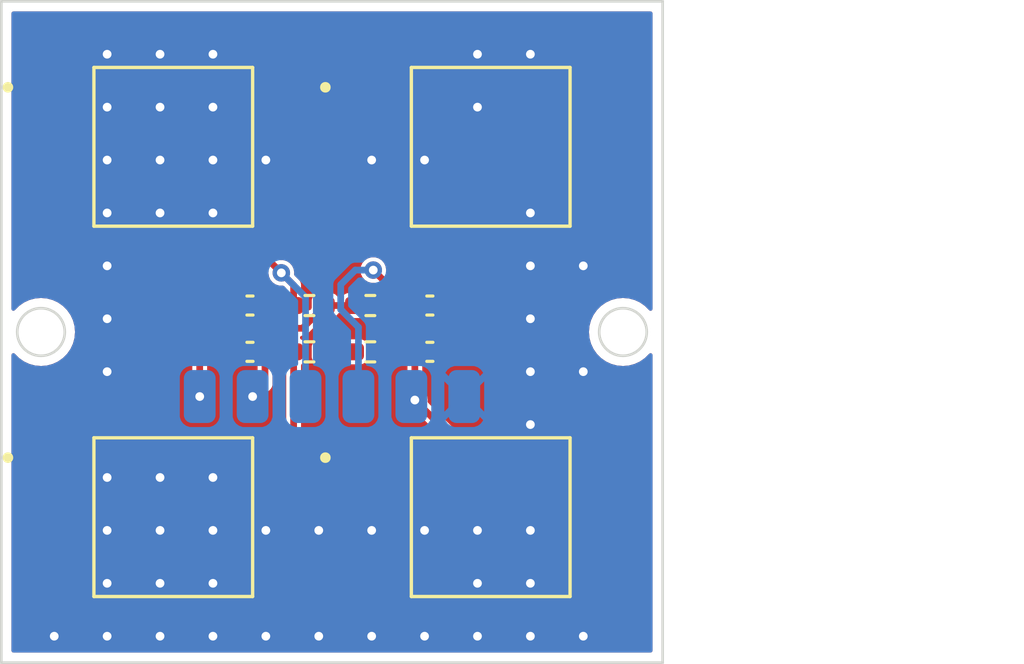
<source format=kicad_pcb>
(kicad_pcb (version 20240108) (generator "pcbnew") (generator_version "8.0")
  (layers (0 "F.Cu" signal) (31 "B.Cu" signal) (34 "B.Paste" user) (35 "F.Paste" user) (36 "B.SilkS" user "B.Silkscreen") (37 "F.SilkS" user "F.Silkscreen") (38 "B.Mask" user) (39 "F.Mask" user) (44 "Edge.Cuts" user))
  (net 0 "")
  (net 9 "GND")
  (net 10 "VCC")
  (net 11 "/BTN_1")
  (net 12 "/BTN_2")
  (net 13 "/BTN_3")
  (net 14 "/BTN_4")
  (footprint "Capacitor_SMD:C_0402_1005Metric_Pad0.74x0.62mm_HandSolder" (layer "F.Cu") (at 136.2 83.25 180)
    (property "Reference" "C3" (hide yes))
    (property "Value" "0.1uF")
    (fp_line (start -0.115835 0.36) (end 0.115835 0.36) (stroke (width 0.12)) (layer "F.SilkS"))
    (fp_line (start -0.115835 -0.36) (end 0.115835 -0.36) (stroke (width 0.12)) (layer "F.SilkS"))
    (pad "1" smd roundrect (at -0.5675 0 180) (size 0.735 0.62) (layers "F.Cu" "F.Paste" "F.Mask") (net 9 "GND"))
    (pad "2" smd roundrect (at 0.5675 0 180) (size 0.735 0.62) (layers "F.Cu" "F.Paste" "F.Mask") (net 13 "/BTN_3"))
  )
  (footprint "Mylib:SW_TS04-66-95-BK-100-SMT" (layer "F.Cu") (at 138.5 75.5)
    (property "Reference" "S2" (hide yes))
    (property "Value" "TS04-66-95-BK-100-SMT")
    (fp_line (start -3 -3) (end -3 3) (stroke (width 0.127)) (layer "F.SilkS"))
    (fp_line (start -3 3) (end 3 3) (stroke (width 0.127)) (layer "F.SilkS"))
    (fp_line (start 3 -3) (end -3 -3) (stroke (width 0.127)) (layer "F.SilkS"))
    (fp_line (start 3 3) (end 3 -3) (stroke (width 0.127)) (layer "F.SilkS"))
    (fp_circle (center -6.25 -2.25) (end -6.15 -2.25) (stroke (width 0.2)) (fill none) (layer "F.SilkS"))
    (pad "1" smd rect (at -4.55 -2.25) (size 2.1 1.4) (layers "F.Cu" "F.Paste" "F.Mask"))
    (pad "2" smd rect (at -4.55 2.25) (size 2.1 1.4) (layers "F.Cu" "F.Paste" "F.Mask"))
    (pad "3" smd rect (at 4.55 -2.25) (size 2.1 1.4) (layers "F.Cu" "F.Paste" "F.Mask") (net 12 "/BTN_2"))
    (pad "4" smd rect (at 4.55 2.25) (size 2.1 1.4) (layers "F.Cu" "F.Paste" "F.Mask") (net 9 "GND"))
  )
  (footprint "Mylib:SW_TS04-66-95-BK-100-SMT" (layer "F.Cu") (at 126.5 75.5)
    (property "Reference" "S1" (hide yes))
    (property "Value" "TS04-66-95-BK-100-SMT")
    (fp_line (start -3 -3) (end -3 3) (stroke (width 0.127)) (layer "F.SilkS"))
    (fp_line (start -3 3) (end 3 3) (stroke (width 0.127)) (layer "F.SilkS"))
    (fp_line (start 3 -3) (end -3 -3) (stroke (width 0.127)) (layer "F.SilkS"))
    (fp_line (start 3 3) (end 3 -3) (stroke (width 0.127)) (layer "F.SilkS"))
    (fp_circle (center -6.25 -2.25) (end -6.15 -2.25) (stroke (width 0.2)) (fill none) (layer "F.SilkS"))
    (pad "1" smd rect (at -4.55 -2.25) (size 2.1 1.4) (layers "F.Cu" "F.Paste" "F.Mask"))
    (pad "2" smd rect (at -4.55 2.25) (size 2.1 1.4) (layers "F.Cu" "F.Paste" "F.Mask"))
    (pad "3" smd rect (at 4.55 -2.25) (size 2.1 1.4) (layers "F.Cu" "F.Paste" "F.Mask") (net 11 "/BTN_1"))
    (pad "4" smd rect (at 4.55 2.25) (size 2.1 1.4) (layers "F.Cu" "F.Paste" "F.Mask") (net 9 "GND"))
  )
  (footprint "Capacitor_SMD:C_0402_1005Metric_Pad0.74x0.62mm_HandSolder" (layer "F.Cu") (at 129.4 81.5)
    (property "Reference" "C1" (hide yes))
    (property "Value" "0.1uF")
    (fp_line (start -0.115835 -0.36) (end 0.115835 -0.36) (stroke (width 0.12)) (layer "F.SilkS"))
    (fp_line (start -0.115835 0.36) (end 0.115835 0.36) (stroke (width 0.12)) (layer "F.SilkS"))
    (pad "1" smd roundrect (at -0.5675 0) (size 0.735 0.62) (layers "F.Cu" "F.Paste" "F.Mask") (net 9 "GND"))
    (pad "2" smd roundrect (at 0.5675 0) (size 0.735 0.62) (layers "F.Cu" "F.Paste" "F.Mask") (net 11 "/BTN_1"))
  )
  (footprint "Resistor_SMD:R_0402_1005Metric_Pad0.72x0.64mm_HandSolder" (layer "F.Cu") (at 133.95 83.25 180)
    (property "Reference" "R3" (hide yes))
    (property "Value" "10K")
    (fp_line (start -0.167621 0.38) (end 0.167621 0.38) (stroke (width 0.12)) (layer "F.SilkS"))
    (fp_line (start -0.167621 -0.38) (end 0.167621 -0.38) (stroke (width 0.12)) (layer "F.SilkS"))
    (pad "1" smd roundrect (at -0.5975 0 180) (size 0.715 0.64) (layers "F.Cu" "F.Paste" "F.Mask") (net 13 "/BTN_3"))
    (pad "2" smd roundrect (at 0.5975 0 180) (size 0.715 0.64) (layers "F.Cu" "F.Paste" "F.Mask") (net 10 "VCC"))
  )
  (footprint "Resistor_SMD:R_0402_1005Metric_Pad0.72x0.64mm_HandSolder" (layer "F.Cu") (at 131.6475 81.5)
    (property "Reference" "R1" (hide yes))
    (property "Value" "10K")
    (fp_line (start -0.167621 -0.38) (end 0.167621 -0.38) (stroke (width 0.12)) (layer "F.SilkS"))
    (fp_line (start -0.167621 0.38) (end 0.167621 0.38) (stroke (width 0.12)) (layer "F.SilkS"))
    (pad "1" smd roundrect (at -0.5975 0) (size 0.715 0.64) (layers "F.Cu" "F.Paste" "F.Mask") (net 11 "/BTN_1"))
    (pad "2" smd roundrect (at 0.5975 0) (size 0.715 0.64) (layers "F.Cu" "F.Paste" "F.Mask") (net 10 "VCC"))
  )
  (footprint "Resistor_SMD:R_0402_1005Metric_Pad0.72x0.64mm_HandSolder" (layer "F.Cu") (at 133.95 81.5 180)
    (property "Reference" "R2" (hide yes))
    (property "Value" "10K")
    (fp_line (start -0.167621 0.38) (end 0.167621 0.38) (stroke (width 0.12)) (layer "F.SilkS"))
    (fp_line (start -0.167621 -0.38) (end 0.167621 -0.38) (stroke (width 0.12)) (layer "F.SilkS"))
    (pad "1" smd roundrect (at -0.5975 0 180) (size 0.715 0.64) (layers "F.Cu" "F.Paste" "F.Mask") (net 12 "/BTN_2"))
    (pad "2" smd roundrect (at 0.5975 0 180) (size 0.715 0.64) (layers "F.Cu" "F.Paste" "F.Mask") (net 10 "VCC"))
  )
  (footprint "Capacitor_SMD:C_0402_1005Metric_Pad0.74x0.62mm_HandSolder" (layer "F.Cu") (at 129.4 83.25)
    (property "Reference" "C4" (hide yes))
    (property "Value" "0.1uF")
    (fp_line (start -0.115835 -0.36) (end 0.115835 -0.36) (stroke (width 0.12)) (layer "F.SilkS"))
    (fp_line (start -0.115835 0.36) (end 0.115835 0.36) (stroke (width 0.12)) (layer "F.SilkS"))
    (pad "1" smd roundrect (at -0.5675 0) (size 0.735 0.62) (layers "F.Cu" "F.Paste" "F.Mask") (net 9 "GND"))
    (pad "2" smd roundrect (at 0.5675 0) (size 0.735 0.62) (layers "F.Cu" "F.Paste" "F.Mask") (net 14 "/BTN_4"))
  )
  (footprint "Mylib:SW_TS04-66-95-BK-100-SMT" (layer "F.Cu") (at 138.5 89.5)
    (property "Reference" "S3" (hide yes))
    (property "Value" "TS04-66-95-BK-100-SMT")
    (fp_line (start -3 -3) (end -3 3) (stroke (width 0.127)) (layer "F.SilkS"))
    (fp_line (start -3 3) (end 3 3) (stroke (width 0.127)) (layer "F.SilkS"))
    (fp_line (start 3 -3) (end -3 -3) (stroke (width 0.127)) (layer "F.SilkS"))
    (fp_line (start 3 3) (end 3 -3) (stroke (width 0.127)) (layer "F.SilkS"))
    (fp_circle (center -6.25 -2.25) (end -6.15 -2.25) (stroke (width 0.2)) (fill none) (layer "F.SilkS"))
    (pad "1" smd rect (at -4.55 -2.25) (size 2.1 1.4) (layers "F.Cu" "F.Paste" "F.Mask"))
    (pad "2" smd rect (at -4.55 2.25) (size 2.1 1.4) (layers "F.Cu" "F.Paste" "F.Mask"))
    (pad "3" smd rect (at 4.55 -2.25) (size 2.1 1.4) (layers "F.Cu" "F.Paste" "F.Mask") (net 13 "/BTN_3"))
    (pad "4" smd rect (at 4.55 2.25) (size 2.1 1.4) (layers "F.Cu" "F.Paste" "F.Mask") (net 9 "GND"))
  )
  (footprint "Resistor_SMD:R_0402_1005Metric_Pad0.72x0.64mm_HandSolder" (layer "F.Cu") (at 131.6475 83.25)
    (property "Reference" "R4" (hide yes))
    (property "Value" "10K")
    (fp_line (start -0.167621 -0.38) (end 0.167621 -0.38) (stroke (width 0.12)) (layer "F.SilkS"))
    (fp_line (start -0.167621 0.38) (end 0.167621 0.38) (stroke (width 0.12)) (layer "F.SilkS"))
    (pad "1" smd roundrect (at -0.5975 0) (size 0.715 0.64) (layers "F.Cu" "F.Paste" "F.Mask") (net 14 "/BTN_4"))
    (pad "2" smd roundrect (at 0.5975 0) (size 0.715 0.64) (layers "F.Cu" "F.Paste" "F.Mask") (net 10 "VCC"))
  )
  (footprint "Capacitor_SMD:C_0402_1005Metric_Pad0.74x0.62mm_HandSolder" (layer "F.Cu") (at 136.2 81.5 180)
    (property "Reference" "C2" (hide yes))
    (property "Value" "0.1uF")
    (fp_line (start -0.115835 0.36) (end 0.115835 0.36) (stroke (width 0.12)) (layer "F.SilkS"))
    (fp_line (start -0.115835 -0.36) (end 0.115835 -0.36) (stroke (width 0.12)) (layer "F.SilkS"))
    (pad "1" smd roundrect (at -0.5675 0 180) (size 0.735 0.62) (layers "F.Cu" "F.Paste" "F.Mask") (net 9 "GND"))
    (pad "2" smd roundrect (at 0.5675 0 180) (size 0.735 0.62) (layers "F.Cu" "F.Paste" "F.Mask") (net 12 "/BTN_2"))
  )
  (footprint "Mylib:SW_TS04-66-95-BK-100-SMT" (layer "F.Cu") (at 126.5 89.5)
    (property "Reference" "S4" (hide yes))
    (property "Value" "TS04-66-95-BK-100-SMT")
    (fp_line (start -3 -3) (end -3 3) (stroke (width 0.127)) (layer "F.SilkS"))
    (fp_line (start -3 3) (end 3 3) (stroke (width 0.127)) (layer "F.SilkS"))
    (fp_line (start 3 -3) (end -3 -3) (stroke (width 0.127)) (layer "F.SilkS"))
    (fp_line (start 3 3) (end 3 -3) (stroke (width 0.127)) (layer "F.SilkS"))
    (fp_circle (center -6.25 -2.25) (end -6.15 -2.25) (stroke (width 0.2)) (fill none) (layer "F.SilkS"))
    (pad "1" smd rect (at -4.55 -2.25) (size 2.1 1.4) (layers "F.Cu" "F.Paste" "F.Mask"))
    (pad "2" smd rect (at -4.55 2.25) (size 2.1 1.4) (layers "F.Cu" "F.Paste" "F.Mask"))
    (pad "3" smd rect (at 4.55 -2.25) (size 2.1 1.4) (layers "F.Cu" "F.Paste" "F.Mask") (net 14 "/BTN_4"))
    (pad "4" smd rect (at 4.55 2.25) (size 2.1 1.4) (layers "F.Cu" "F.Paste" "F.Mask") (net 9 "GND"))
  )
  (footprint "Mylib:Pinheader_2mmx6" (layer "B.Cu") (at 132.5 84.94 180)
    (property "Reference" "J1" (hide yes))
    (property "Value" "Conn_01x06_Pin")
    (pad "1" smd roundrect (at -5 0 90) (size 2 1.2) (layers "B.Cu" "B.Paste" "B.Mask") (net 9 "GND"))
    (pad "2" smd roundrect (at -3 0 90) (size 2 1.2) (layers "B.Cu" "B.Paste" "B.Mask") (net 13 "/BTN_3"))
    (pad "3" smd roundrect (at -1 0 90) (size 2 1.2) (layers "B.Cu" "B.Paste" "B.Mask") (net 12 "/BTN_2"))
    (pad "4" smd roundrect (at 1 0 90) (size 2 1.2) (layers "B.Cu" "B.Paste" "B.Mask") (net 11 "/BTN_1"))
    (pad "5" smd roundrect (at 3 0 90) (size 2 1.2) (layers "B.Cu" "B.Paste" "B.Mask") (net 14 "/BTN_4"))
    (pad "6" smd roundrect (at 5 0 90) (size 2 1.2) (layers "B.Cu" "B.Paste" "B.Mask") (net 10 "VCC"))
  )
  (gr_circle (center 121.5 82.5) (end 122.4 82.5) (stroke (width 0.1)) (fill none) (layer "Edge.Cuts"))
  (gr_circle (center 143.5 82.5) (end 144.4 82.5) (stroke (width 0.1)) (fill none) (layer "Edge.Cuts"))
  (gr_line (start 145 70) (end 120 70) (stroke (width 0.1)) (layer "Edge.Cuts"))
  (gr_line (start 145 95) (end 145 70) (stroke (width 0.1)) (layer "Edge.Cuts"))
  (gr_line (start 120 95) (end 145 95) (stroke (width 0.1)) (layer "Edge.Cuts"))
  (gr_line (start 120 70) (end 120 95) (stroke (width 0.1)) (layer "Edge.Cuts"))
  (via (at 126 92) (size 0.6604) (drill 0.3302) (layers "F.Cu" "B.Cu") (net 9))
  (via (at 126 78) (size 0.6604) (drill 0.3302) (layers "F.Cu" "B.Cu") (net 9))
  (via (at 140 86) (size 0.6604) (drill 0.3302) (layers "F.Cu" "B.Cu") (net 9))
  (via (at 126 88) (size 0.6604) (drill 0.3302) (layers "F.Cu" "B.Cu") (net 9))
  (via (at 128 90) (size 0.6604) (drill 0.3302) (layers "F.Cu" "B.Cu") (net 9))
  (via (at 140 80) (size 0.6604) (drill 0.3302) (layers "F.Cu" "B.Cu") (net 9))
  (via (at 126 90) (size 0.6604) (drill 0.3302) (layers "F.Cu" "B.Cu") (net 9))
  (via (at 124 80) (size 0.6604) (drill 0.3302) (layers "F.Cu" "B.Cu") (net 9))
  (via (at 128 74) (size 0.6604) (drill 0.3302) (layers "F.Cu" "B.Cu") (net 9))
  (via (at 126 72) (size 0.6604) (drill 0.3302) (layers "F.Cu" "B.Cu") (net 9))
  (via (at 130 76) (size 0.6604) (drill 0.3302) (layers "F.Cu" "B.Cu") (net 9))
  (via (at 140 84) (size 0.6604) (drill 0.3302) (layers "F.Cu" "B.Cu") (net 9))
  (via (at 124 78) (size 0.6604) (drill 0.3302) (layers "F.Cu" "B.Cu") (net 9))
  (via (at 140 78) (size 0.6604) (drill 0.3302) (layers "F.Cu" "B.Cu") (net 9))
  (via (at 138 94) (size 0.6604) (drill 0.3302) (layers "F.Cu" "B.Cu") (net 9))
  (via (at 132 90) (size 0.6604) (drill 0.3302) (layers "F.Cu" "B.Cu") (net 9))
  (via (at 124 94) (size 0.6604) (drill 0.3302) (layers "F.Cu" "B.Cu") (net 9))
  (via (at 124 90) (size 0.6604) (drill 0.3302) (layers "F.Cu" "B.Cu") (net 9))
  (via (at 124 76) (size 0.6604) (drill 0.3302) (layers "F.Cu" "B.Cu") (net 9))
  (via (at 126 74) (size 0.6604) (drill 0.3302) (layers "F.Cu" "B.Cu") (net 9))
  (via (at 124 88) (size 0.6604) (drill 0.3302) (layers "F.Cu" "B.Cu") (net 9))
  (via (at 134 94) (size 0.6604) (drill 0.3302) (layers "F.Cu" "B.Cu") (net 9))
  (via (at 136 94) (size 0.6604) (drill 0.3302) (layers "F.Cu" "B.Cu") (net 9))
  (via (at 122 94) (size 0.6604) (drill 0.3302) (layers "F.Cu" "B.Cu") (net 9))
  (via (at 124 84) (size 0.6604) (drill 0.3302) (layers "F.Cu" "B.Cu") (net 9))
  (via (at 130 94) (size 0.6604) (drill 0.3302) (layers "F.Cu" "B.Cu") (net 9))
  (via (at 140 82) (size 0.6604) (drill 0.3302) (layers "F.Cu" "B.Cu") (net 9))
  (via (at 142 84) (size 0.6604) (drill 0.3302) (layers "F.Cu" "B.Cu") (net 9))
  (via (at 124 72) (size 0.6604) (drill 0.3302) (layers "F.Cu" "B.Cu") (net 9))
  (via (at 140 90) (size 0.6604) (drill 0.3302) (layers "F.Cu" "B.Cu") (net 9))
  (via (at 138 74) (size 0.6604) (drill 0.3302) (layers "F.Cu" "B.Cu") (net 9))
  (via (at 128 76) (size 0.6604) (drill 0.3302) (layers "F.Cu" "B.Cu") (net 9))
  (via (at 140 94) (size 0.6604) (drill 0.3302) (layers "F.Cu" "B.Cu") (net 9))
  (via (at 130 90) (size 0.6604) (drill 0.3302) (layers "F.Cu" "B.Cu") (net 9))
  (via (at 142 94) (size 0.6604) (drill 0.3302) (layers "F.Cu" "B.Cu") (net 9))
  (via (at 136 90) (size 0.6604) (drill 0.3302) (layers "F.Cu" "B.Cu") (net 9))
  (via (at 128 92) (size 0.6604) (drill 0.3302) (layers "F.Cu" "B.Cu") (net 9))
  (via (at 124 92) (size 0.6604) (drill 0.3302) (layers "F.Cu" "B.Cu") (net 9))
  (via (at 128 78) (size 0.6604) (drill 0.3302) (layers "F.Cu" "B.Cu") (net 9))
  (via (at 124 82) (size 0.6604) (drill 0.3302) (layers "F.Cu" "B.Cu") (net 9))
  (via (at 138 92) (size 0.6604) (drill 0.3302) (layers "F.Cu" "B.Cu") (net 9))
  (via (at 132 94) (size 0.6604) (drill 0.3302) (layers "F.Cu" "B.Cu") (net 9))
  (via (at 134 76) (size 0.6604) (drill 0.3302) (layers "F.Cu" "B.Cu") (net 9))
  (via (at 128 72) (size 0.6604) (drill 0.3302) (layers "F.Cu" "B.Cu") (net 9))
  (via (at 140 92) (size 0.6604) (drill 0.3302) (layers "F.Cu" "B.Cu") (net 9))
  (via (at 134 90) (size 0.6604) (drill 0.3302) (layers "F.Cu" "B.Cu") (net 9))
  (via (at 138 72) (size 0.6604) (drill 0.3302) (layers "F.Cu" "B.Cu") (net 9))
  (via (at 124 74) (size 0.6604) (drill 0.3302) (layers "F.Cu" "B.Cu") (net 9))
  (via (at 128 94) (size 0.6604) (drill 0.3302) (layers "F.Cu" "B.Cu") (net 9))
  (via (at 136 76) (size 0.6604) (drill 0.3302) (layers "F.Cu" "B.Cu") (net 9))
  (via (at 142 80) (size 0.6604) (drill 0.3302) (layers "F.Cu" "B.Cu") (net 9))
  (via (at 126 76) (size 0.6604) (drill 0.3302) (layers "F.Cu" "B.Cu") (net 9))
  (via (at 128 88) (size 0.6604) (drill 0.3302) (layers "F.Cu" "B.Cu") (net 9))
  (via (at 126 94) (size 0.6604) (drill 0.3302) (layers "F.Cu" "B.Cu") (net 9))
  (via (at 138 90) (size 0.6604) (drill 0.3302) (layers "F.Cu" "B.Cu") (net 9))
  (via (at 140 72) (size 0.6604) (drill 0.3302) (layers "F.Cu" "B.Cu") (net 9))
  (segment (start 127.5 83.2) (end 128.34 82.36) (width 0.254) (layer "F.Cu") (net 10))
  (segment (start 128.34 82.36) (end 131.385 82.36) (width 0.254) (layer "F.Cu") (net 10))
  (segment (start 132.245 81.5) (end 133.3525 81.5) (width 0.254) (layer "F.Cu") (net 10))
  (segment (start 131.385 82.36) (end 132.245 81.5) (width 0.254) (layer "F.Cu") (net 10))
  (segment (start 132.245 83.25) (end 133.3525 83.25) (width 0.254) (layer "F.Cu") (net 10))
  (segment (start 132.245 81.5) (end 132.245 83.25) (width 0.254) (layer "F.Cu") (net 10))
  (segment (start 127.5 84.94) (end 127.5 83.2) (width 0.254) (layer "F.Cu") (net 10))
  (via (at 127.5 84.94) (size 0.6604) (drill 0.3302) (layers "F.Cu" "B.Cu") (net 10))
  (segment (start 130.65 73.25) (end 131.05 73.25) (width 0.254) (layer "F.Cu") (net 11))
  (segment (start 129 78.68) (end 129 74.9) (width 0.254) (layer "F.Cu") (net 11))
  (segment (start 130.585 80.265) (end 131.05 80.73) (width 0.254) (layer "F.Cu") (net 11))
  (segment (start 129 74.9) (end 130.65 73.25) (width 0.254) (layer "F.Cu") (net 11))
  (segment (start 131.05 81.5) (end 129.9675 81.5) (width 0.254) (layer "F.Cu") (net 11))
  (segment (start 130.585 80.265) (end 129 78.68) (width 0.254) (layer "F.Cu") (net 11))
  (segment (start 131.05 80.73) (end 131.05 81.5) (width 0.254) (layer "F.Cu") (net 11))
  (via (at 130.585 80.265) (size 0.6604) (drill 0.3302) (layers "F.Cu" "B.Cu") (net 11))
  (segment (start 131.5 81.18) (end 131.5 84.94) (width 0.254) (layer "B.Cu") (net 11))
  (segment (start 130.585 80.265) (end 131.5 81.18) (width 0.254) (layer "B.Cu") (net 11))
  (segment (start 134.5475 80.6475) (end 134.06 80.16) (width 0.254) (layer "F.Cu") (net 12))
  (segment (start 141.45 73.25) (end 143.05 73.25) (width 0.254) (layer "F.Cu") (net 12))
  (segment (start 135.6325 81.5) (end 135.6325 79.0675) (width 0.254) (layer "F.Cu") (net 12))
  (segment (start 134.5475 81.5) (end 135.6325 81.5) (width 0.254) (layer "F.Cu") (net 12))
  (segment (start 135.6325 79.0675) (end 141.45 73.25) (width 0.254) (layer "F.Cu") (net 12))
  (segment (start 134.5475 81.5) (end 134.5475 80.6475) (width 0.254) (layer "F.Cu") (net 12))
  (via (at 134.06 80.16) (size 0.6604) (drill 0.3302) (layers "F.Cu" "B.Cu") (net 12))
  (segment (start 134.06 80.16) (end 133.38 80.16) (width 0.254) (layer "B.Cu") (net 12))
  (segment (start 132.83 80.71) (end 132.83 81.65) (width 0.254) (layer "B.Cu") (net 12))
  (segment (start 133.5 82.32) (end 133.5 84.94) (width 0.254) (layer "B.Cu") (net 12))
  (segment (start 133.38 80.16) (end 132.83 80.71) (width 0.254) (layer "B.Cu") (net 12))
  (segment (start 132.83 81.65) (end 133.5 82.32) (width 0.254) (layer "B.Cu") (net 12))
  (segment (start 135.6325 85.0725) (end 135.6325 83.25) (width 0.254) (layer "F.Cu") (net 13))
  (segment (start 134.5475 83.25) (end 135.6325 83.25) (width 0.254) (layer "F.Cu") (net 13))
  (segment (start 137.81 87.25) (end 143.05 87.25) (width 0.254) (layer "F.Cu") (net 13))
  (segment (start 135.6325 85.0725) (end 137.81 87.25) (width 0.254) (layer "F.Cu") (net 13))
  (via (at 135.6325 85.0725) (size 0.6604) (drill 0.3302) (layers "F.Cu" "B.Cu") (net 13))
  (segment (start 129.9675 83.25) (end 131.05 83.25) (width 0.254) (layer "F.Cu") (net 14))
  (segment (start 131.05 83.25) (end 131.05 87.25) (width 0.254) (layer "F.Cu") (net 14))
  (segment (start 129.9675 83.25) (end 129.9675 84.4725) (width 0.254) (layer "F.Cu") (net 14))
  (segment (start 129.9675 84.4725) (end 129.5 84.94) (width 0.254) (layer "F.Cu") (net 14))
  (via (at 129.5 84.94) (size 0.6604) (drill 0.3302) (layers "F.Cu" "B.Cu") (net 14))
  (zone (net 9) (net_name "GND") (layers "F&B.Cu") (connect_pads (clearance 0.1524)) (min_thickness 0.1524) (fill yes (thermal_gap 0.1524) (thermal_bridge_width 0.254))
    (polygon (pts (xy 120 70) (xy 145 70) (xy 145 95) (xy 120 95)))
  )
)
</source>
